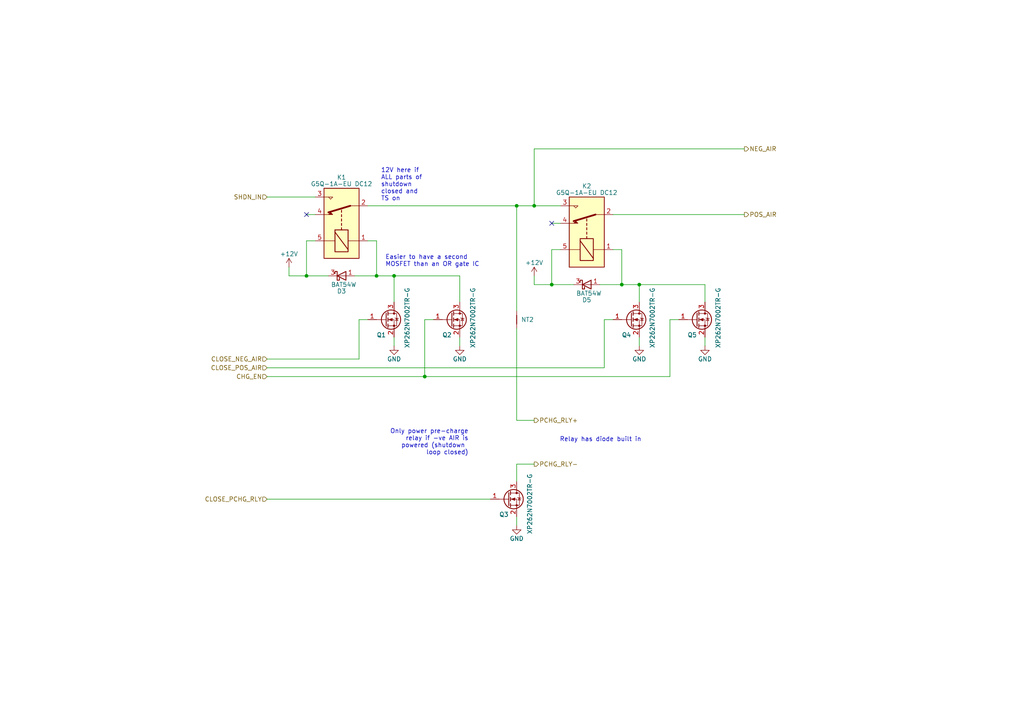
<source format=kicad_sch>
(kicad_sch (version 20230121) (generator eeschema)
  (paper "A4")
  (title_block (title "Pre-Charge") (date "2023-04-27") (rev "2.0.0") (company "SUFST - Southampton University Formula Student Team") (comment 1 "STAG 9") (comment 2 "Tim Brewis") (comment 3 "Max O'Brien, Marek Frodyma"))
  (lib_symbols
    (symbol "Device:NetTie_2" (pin_numbers hide) (pin_names (offset 0) hide) (in_bom no)
      (property "Reference" "NT" (at 0 1.27 0))
      (property "Value" "NetTie_2" (at 0 -1.27 0))
      (symbol "NetTie_2_0_1"
        (polyline (pts (xy -1.27 0) (xy 1.27 0)) (stroke (width 0.254)))
      )
      (symbol "NetTie_2_1_1"
        (pin passive line (at -2.54 0 0) (length 2.54) (name "1") (number "1"))
        (pin passive line (at 2.54 0 180) (length 2.54) (name "2") (number "2"))
      )
    )
    (symbol "Device:Q_NMOS_GSD" (pin_names (offset 0) hide)
      (property "Reference" "Q" (at 5.08 1.27 0))
      (property "Value" "Q_NMOS_GSD" (at 5.08 -1.27 0))
      (symbol "Q_NMOS_GSD_0_1"
        (polyline (pts (xy 0.254 0) (xy -2.54 0)))
        (polyline (pts (xy 0.254 1.905) (xy 0.254 -1.905)) (stroke (width 0.254)))
        (polyline (pts (xy 0.762 -1.27) (xy 0.762 -2.286)) (stroke (width 0.254)))
        (polyline (pts (xy 0.762 0.508) (xy 0.762 -0.508)) (stroke (width 0.254)))
        (polyline (pts (xy 0.762 2.286) (xy 0.762 1.27)) (stroke (width 0.254)))
        (polyline (pts (xy 2.54 2.54) (xy 2.54 1.778)))
        (polyline (pts (xy 2.54 -2.54) (xy 2.54 0) (xy 0.762 0)))
        (polyline (pts (xy 0.762 -1.778) (xy 3.302 -1.778) (xy 3.302 1.778) (xy 0.762 1.778)))
        (polyline (pts (xy 1.016 0) (xy 2.032 0.381) (xy 2.032 -0.381) (xy 1.016 0)) (fill (type outline)))
        (polyline (pts (xy 2.794 0.508) (xy 2.921 0.381) (xy 3.683 0.381) (xy 3.81 0.254)))
        (polyline (pts (xy 3.302 0.381) (xy 2.921 -0.254) (xy 3.683 -0.254) (xy 3.302 0.381)))
        (circle (center 1.651 0) (radius 2.794) (stroke (width 0.254)))
        (circle (center 2.54 -1.778) (radius 0.254) (fill (type outline)))
        (circle (center 2.54 1.778) (radius 0.254) (fill (type outline)))
      )
      (symbol "Q_NMOS_GSD_1_1"
        (pin input line (at -5.08 0 0) (length 2.54) (name "G") (number "1"))
        (pin passive line (at 2.54 -5.08 90) (length 2.54) (name "S") (number "2"))
        (pin passive line (at 2.54 5.08 270) (length 2.54) (name "D") (number "3"))
      )
    )
    (symbol "Diode:BAT54W" (pin_names (offset 1.016) hide)
      (property "Reference" "D" (at 0 2.54 0))
      (property "Value" "BAT54W" (at 0 -2.54 0))
      (symbol "BAT54W_0_1"
        (polyline (pts (xy 1.27 0) (xy -1.27 0)))
        (polyline (pts (xy 1.27 1.27) (xy 1.27 -1.27) (xy -1.27 0) (xy 1.27 1.27)) (stroke (width 0.254)))
        (polyline (pts (xy -1.905 0.635) (xy -1.905 1.27) (xy -1.27 1.27) (xy -1.27 -1.27) (xy -0.635 -1.27) (xy -0.635 -0.635)) (stroke (width 0.254)))
      )
      (symbol "BAT54W_1_1"
        (pin passive line (at 3.81 0 180) (length 2.54) (name "A") (number "1"))
        (pin no_connect line (at 0 0 90) (length 2.54) hide (name "NC") (number "2"))
        (pin passive line (at -3.81 0 0) (length 2.54) (name "K") (number "3"))
      )
    )
    (symbol "Relay:G5Q-1"
      (property "Reference" "K" (at 11.43 3.81 0))
      (property "Value" "G5Q-1" (at 11.43 1.27 0))
      (symbol "G5Q-1_0_0"
        (polyline (pts (xy 7.62 5.08) (xy 7.62 2.54) (xy 6.985 3.175) (xy 7.62 3.81)))
      )
      (symbol "G5Q-1_0_1"
        (rectangle (start -10.16 5.08) (end 10.16 -5.08) (stroke (width 0.254)) (fill (type background)))
        (rectangle (start -8.255 1.905) (end -1.905 -1.905) (stroke (width 0.254)))
        (polyline (pts (xy -7.62 -1.905) (xy -2.54 1.905)) (stroke (width 0.254)))
        (polyline (pts (xy -5.08 -5.08) (xy -5.08 -1.905)))
        (polyline (pts (xy -5.08 5.08) (xy -5.08 1.905)))
        (polyline (pts (xy -1.905 0) (xy -1.27 0)) (stroke (width 0.254)))
        (polyline (pts (xy -0.635 0) (xy 0 0)) (stroke (width 0.254)))
        (polyline (pts (xy 0.635 0) (xy 1.27 0)) (stroke (width 0.254)))
        (polyline (pts (xy 1.905 0) (xy 2.54 0)) (stroke (width 0.254)))
        (polyline (pts (xy 3.175 0) (xy 3.81 0)) (stroke (width 0.254)))
        (polyline (pts (xy 5.08 -2.54) (xy 3.175 3.81)) (stroke (width 0.508)))
        (polyline (pts (xy 5.08 -2.54) (xy 5.08 -5.08)))
        (polyline (pts (xy 2.54 5.08) (xy 2.54 2.54) (xy 3.175 3.175) (xy 2.54 3.81)) (fill (type outline)))
      )
      (symbol "G5Q-1_1_1"
        (pin passive line (at -5.08 -7.62 90) (length 2.54) (name "~") (number "1"))
        (pin passive line (at 5.08 -7.62 90) (length 2.54) (name "~") (number "2"))
        (pin passive line (at 7.62 7.62 270) (length 2.54) (name "~") (number "3"))
        (pin passive line (at 2.54 7.62 270) (length 2.54) (name "~") (number "4"))
        (pin passive line (at -5.08 7.62 270) (length 2.54) (name "~") (number "5"))
      )
    )
    (symbol "power:+12V" (power) (pin_names (offset 0))
      (property "Value" "+12V" (at 0 3.556 0))
      (symbol "+12V_0_1"
        (polyline (pts (xy -0.762 1.27) (xy 0 2.54)))
        (polyline (pts (xy 0 0) (xy 0 2.54)))
        (polyline (pts (xy 0 2.54) (xy 0.762 1.27)))
      )
      (symbol "+12V_1_1"
        (pin power_in line (at 0 0 90) (length 0) hide (name "+12V") (number "1"))
      )
    )
    (symbol "power:GND" (power) (pin_names (offset 0))
      (property "Value" "GND" (at 0 -3.81 0))
      (symbol "GND_0_1"
        (polyline (pts (xy 0 0) (xy 0 -1.27) (xy 1.27 -1.27) (xy 0 -2.54) (xy -1.27 -1.27) (xy 0 -1.27)))
      )
      (symbol "GND_1_1"
        (pin power_in line (at 0 0 270) (length 0) hide (name "GND") (number "1"))
      )
    )
  )
  (junction (at 88.9 80.01))
  (junction (at 109.22 80.01))
  (junction (at 154.94 59.69))
  (junction (at 185.42 82.55))
  (junction (at 160.02 82.55))
  (junction (at 123.19 109.22))
  (junction (at 149.86 59.69))
  (junction (at 180.34 82.55))
  (junction (at 114.3 80.01))
  (no_connect (at 88.9 62.23))
  (no_connect (at 160.02 64.77))
  (wire (pts (xy 88.9 69.85) (xy 88.9 80.01)))
  (wire (pts (xy 185.42 82.55) (xy 204.47 82.55)))
  (wire (pts (xy 177.8 62.23) (xy 215.9 62.23)))
  (wire (pts (xy 123.19 109.22) (xy 194.31 109.22)))
  (wire (pts (xy 149.86 59.69) (xy 154.94 59.69)))
  (wire (pts (xy 194.31 92.71) (xy 196.85 92.71)))
  (wire (pts (xy 133.35 87.63) (xy 133.35 80.01)))
  (wire (pts (xy 160.02 72.39) (xy 160.02 82.55)))
  (wire (pts (xy 109.22 69.85) (xy 109.22 80.01)))
  (wire (pts (xy 166.37 82.55) (xy 160.02 82.55)))
  (wire (pts (xy 83.82 77.47) (xy 83.82 80.01)))
  (wire (pts (xy 180.34 82.55) (xy 185.42 82.55)))
  (wire (pts (xy 109.22 80.01) (xy 114.3 80.01)))
  (wire (pts (xy 173.99 82.55) (xy 180.34 82.55)))
  (wire (pts (xy 104.14 92.71) (xy 104.14 104.14)))
  (wire (pts (xy 149.86 95.25) (xy 149.86 121.92)))
  (wire (pts (xy 204.47 97.79) (xy 204.47 100.33)))
  (wire (pts (xy 77.47 144.78) (xy 142.24 144.78)))
  (wire (pts (xy 106.68 92.71) (xy 104.14 92.71)))
  (wire (pts (xy 88.9 80.01) (xy 83.82 80.01)))
  (wire (pts (xy 175.26 106.68) (xy 175.26 92.71)))
  (wire (pts (xy 185.42 97.79) (xy 185.42 100.33)))
  (wire (pts (xy 77.47 57.15) (xy 91.44 57.15)))
  (wire (pts (xy 77.47 106.68) (xy 175.26 106.68)))
  (wire (pts (xy 77.47 109.22) (xy 123.19 109.22)))
  (wire (pts (xy 88.9 62.23) (xy 91.44 62.23)))
  (wire (pts (xy 160.02 72.39) (xy 162.56 72.39)))
  (wire (pts (xy 102.87 80.01) (xy 109.22 80.01)))
  (wire (pts (xy 133.35 97.79) (xy 133.35 100.33)))
  (wire (pts (xy 175.26 92.71) (xy 177.8 92.71)))
  (wire (pts (xy 180.34 72.39) (xy 177.8 72.39)))
  (wire (pts (xy 204.47 82.55) (xy 204.47 87.63)))
  (wire (pts (xy 180.34 82.55) (xy 180.34 72.39)))
  (wire (pts (xy 95.25 80.01) (xy 88.9 80.01)))
  (wire (pts (xy 114.3 80.01) (xy 133.35 80.01)))
  (wire (pts (xy 149.86 59.69) (xy 149.86 90.17)))
  (wire (pts (xy 109.22 69.85) (xy 106.68 69.85)))
  (wire (pts (xy 185.42 82.55) (xy 185.42 87.63)))
  (wire (pts (xy 154.94 59.69) (xy 162.56 59.69)))
  (wire (pts (xy 154.94 80.01) (xy 154.94 82.55)))
  (wire (pts (xy 114.3 80.01) (xy 114.3 87.63)))
  (wire (pts (xy 88.9 69.85) (xy 91.44 69.85)))
  (wire (pts (xy 123.19 92.71) (xy 125.73 92.71)))
  (wire (pts (xy 149.86 121.92) (xy 154.94 121.92)))
  (wire (pts (xy 154.94 59.69) (xy 154.94 43.18)))
  (wire (pts (xy 149.86 149.86) (xy 149.86 152.4)))
  (wire (pts (xy 154.94 43.18) (xy 215.9 43.18)))
  (wire (pts (xy 149.86 134.62) (xy 154.94 134.62)))
  (wire (pts (xy 77.47 104.14) (xy 104.14 104.14)))
  (wire (pts (xy 114.3 97.79) (xy 114.3 100.33)))
  (wire (pts (xy 160.02 82.55) (xy 154.94 82.55)))
  (wire (pts (xy 149.86 134.62) (xy 149.86 139.7)))
  (wire (pts (xy 194.31 92.71) (xy 194.31 109.22)))
  (wire (pts (xy 123.19 92.71) (xy 123.19 109.22)))
  (wire (pts (xy 160.02 64.77) (xy 162.56 64.77)))
  (wire (pts (xy 106.68 59.69) (xy 149.86 59.69)))
  (text "12V here if \nALL parts of\nshutdown \nclosed and \nTS on" (at 110.49 58.42 0) (effects (font (size 1.27 1.27)) (justify left bottom)))
  (text "Easier to have a second\nMOSFET than an OR gate IC" (at 111.76 77.47 0) (effects (font (size 1.27 1.27)) (justify left bottom)))
  (text "Relay has diode built in" (at 186.055 128.27 0) (effects (font (size 1.27 1.27)) (justify right bottom)))
  (text "Only power pre-charge\nrelay if -ve AIR is\npowered (shutdown \nloop closed)" (at 135.89 132.08 0) (effects (font (size 1.27 1.27)) (justify right bottom)))
  (hierarchical_label "CLOSE_NEG_AIR" (shape input) (at 77.47 104.14 180))
  (hierarchical_label "CLOSE_PCHG_RLY" (shape input) (at 77.47 144.78 180))
  (hierarchical_label "PCHG_RLY-" (shape output) (at 154.94 134.62 0))
  (hierarchical_label "PCHG_RLY+" (shape output) (at 154.94 121.92 0))
  (hierarchical_label "POS_AIR" (shape output) (at 215.9 62.23 0))
  (hierarchical_label "CLOSE_POS_AIR" (shape input) (at 77.47 106.68 180))
  (hierarchical_label "NEG_AIR" (shape output) (at 215.9 43.18 0))
  (hierarchical_label "CHG_EN" (shape input) (at 77.47 109.22 180))
  (hierarchical_label "SHDN_IN" (shape input) (at 77.47 57.15 180))
  (symbol (lib_id "power:+12V") (at 83.82 77.47 0) (unit 1)
    (property "Reference" "#PWR033" (effects hide))
    (property "Value" "+12V" (at 83.82 73.66 0))
  )
  (symbol (lib_id "Device:Q_NMOS_GSD") (at 111.76 92.71 0) (unit 1)
    (property "Reference" "Q1" (at 109.22 97.155 0) (effects (justify left)))
    (property "Value" "XP262N7002TR-G" (at 118.11 100.965 90) (effects (justify left)))
    (property "Footprint" "Package_TO_SOT_SMD:SOT-23" (effects hide))
  )
  (symbol (lib_id "Device:Q_NMOS_GSD") (at 182.88 92.71 0) (unit 1)
    (property "Reference" "Q4" (at 180.34 97.155 0) (effects (justify left)))
    (property "Value" "XP262N7002TR-G" (at 189.23 100.965 90) (effects (justify left)))
    (property "Footprint" "Package_TO_SOT_SMD:SOT-23" (effects hide))
  )
  (symbol (lib_id "Relay:G5Q-1") (at 99.06 64.77 90) (unit 1)
    (property "Reference" "K1" (at 99.06 51.435 90))
    (property "Value" "G5Q-1A-EU DC12" (at 99.06 53.34 90))
    (property "Footprint" "SUFST:Relay_SPDT_Omron-G5Q-1" (effects hide))
    (property "Datasheet" "https://www.omron.com/ecb/products/pdf/en-g5q.pdf" (effects hide))
  )
  (symbol (lib_id "power:GND") (at 185.42 100.33 0) (unit 1)
    (property "Reference" "#PWR038" (effects hide))
    (property "Value" "GND" (at 185.42 104.14 0))
  )
  (symbol (lib_id "power:GND") (at 133.35 100.33 0) (unit 1)
    (property "Reference" "#PWR035" (effects hide))
    (property "Value" "GND" (at 133.35 104.14 0))
  )
  (symbol (lib_id "Diode:BAT54W") (at 170.18 82.55 0) (unit 1)
    (property "Reference" "D5" (at 170.18 86.995 0))
    (property "Value" "BAT54W" (at 170.815 85.09 0))
    (property "Footprint" "Package_TO_SOT_SMD:SOT-323_SC-70" (effects hide))
    (property "Datasheet" "https://assets.nexperia.com/documents/data-sheet/BAT54W_SER.pdf" (effects hide))
  )
  (symbol (lib_id "Device:NetTie_2") (at 149.86 92.71 90) (unit 1) (in_bom no)
    (property "Reference" "NT2" (at 151.13 92.7099 90) (effects (justify right)))
    (property "Value" "NetTie_2" (effects hide))
    (property "Footprint" "NetTie:NetTie-2_SMD_Pad0.5mm" (effects hide))
  )
  (symbol (lib_id "power:GND") (at 114.3 100.33 0) (unit 1)
    (property "Reference" "#PWR034" (effects hide))
    (property "Value" "GND" (at 114.3 104.14 0))
  )
  (symbol (lib_id "power:GND") (at 149.86 152.4 0) (unit 1)
    (property "Reference" "#PWR036" (effects hide))
    (property "Value" "GND" (at 149.86 156.21 0))
  )
  (symbol (lib_id "Diode:BAT54W") (at 99.06 80.01 0) (unit 1)
    (property "Reference" "D3" (at 99.06 84.455 0))
    (property "Value" "BAT54W" (at 99.695 82.55 0))
    (property "Footprint" "Package_TO_SOT_SMD:SOT-323_SC-70" (effects hide))
    (property "Datasheet" "https://assets.nexperia.com/documents/data-sheet/BAT54W_SER.pdf" (effects hide))
  )
  (symbol (lib_id "Device:Q_NMOS_GSD") (at 201.93 92.71 0) (unit 1)
    (property "Reference" "Q5" (at 199.39 97.155 0) (effects (justify left)))
    (property "Value" "XP262N7002TR-G" (at 208.28 100.965 90) (effects (justify left)))
    (property "Footprint" "Package_TO_SOT_SMD:SOT-23" (effects hide))
  )
  (symbol (lib_id "Device:Q_NMOS_GSD") (at 147.32 144.78 0) (unit 1)
    (property "Reference" "Q3" (at 144.78 149.225 0) (effects (justify left)))
    (property "Value" "XP262N7002TR-G" (at 153.67 154.94 90) (effects (justify left)))
    (property "Footprint" "Package_TO_SOT_SMD:SOT-23" (effects hide))
  )
  (symbol (lib_id "power:+12V") (at 154.94 80.01 0) (unit 1)
    (property "Reference" "#PWR037" (effects hide))
    (property "Value" "+12V" (at 154.94 76.2 0))
  )
  (symbol (lib_id "Device:Q_NMOS_GSD") (at 130.81 92.71 0) (unit 1)
    (property "Reference" "Q2" (at 128.27 97.155 0) (effects (justify left)))
    (property "Value" "XP262N7002TR-G" (at 137.16 100.965 90) (effects (justify left)))
    (property "Footprint" "Package_TO_SOT_SMD:SOT-23" (effects hide))
  )
  (symbol (lib_id "power:GND") (at 204.47 100.33 0) (unit 1)
    (property "Reference" "#PWR039" (effects hide))
    (property "Value" "GND" (at 204.47 104.14 0))
  )
  (symbol (lib_id "Relay:G5Q-1") (at 170.18 67.31 90) (unit 1)
    (property "Reference" "K2" (at 170.18 53.975 90))
    (property "Value" "G5Q-1A-EU DC12" (at 170.18 55.88 90))
    (property "Footprint" "SUFST:Relay_SPDT_Omron-G5Q-1" (effects hide))
    (property "Datasheet" "https://www.omron.com/ecb/products/pdf/en-g5q.pdf" (effects hide))
  )
)
</source>
